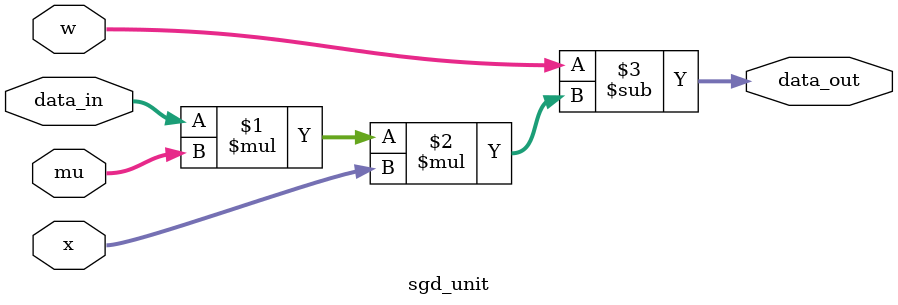
<source format=v>


module sgd_unit#(
    parameter bitwidth =16,
	parameter inputBitwidth=8
)(
    input [inputBitwidth-1:0] x,
    input [bitwidth-1:0] w,
    input [bitwidth-1:0]data_in,
    input [inputBitwidth-1:0]mu,
    output [bitwidth-1:0]data_out
);
    assign data_out=w-data_in*mu*x;

endmodule


</source>
